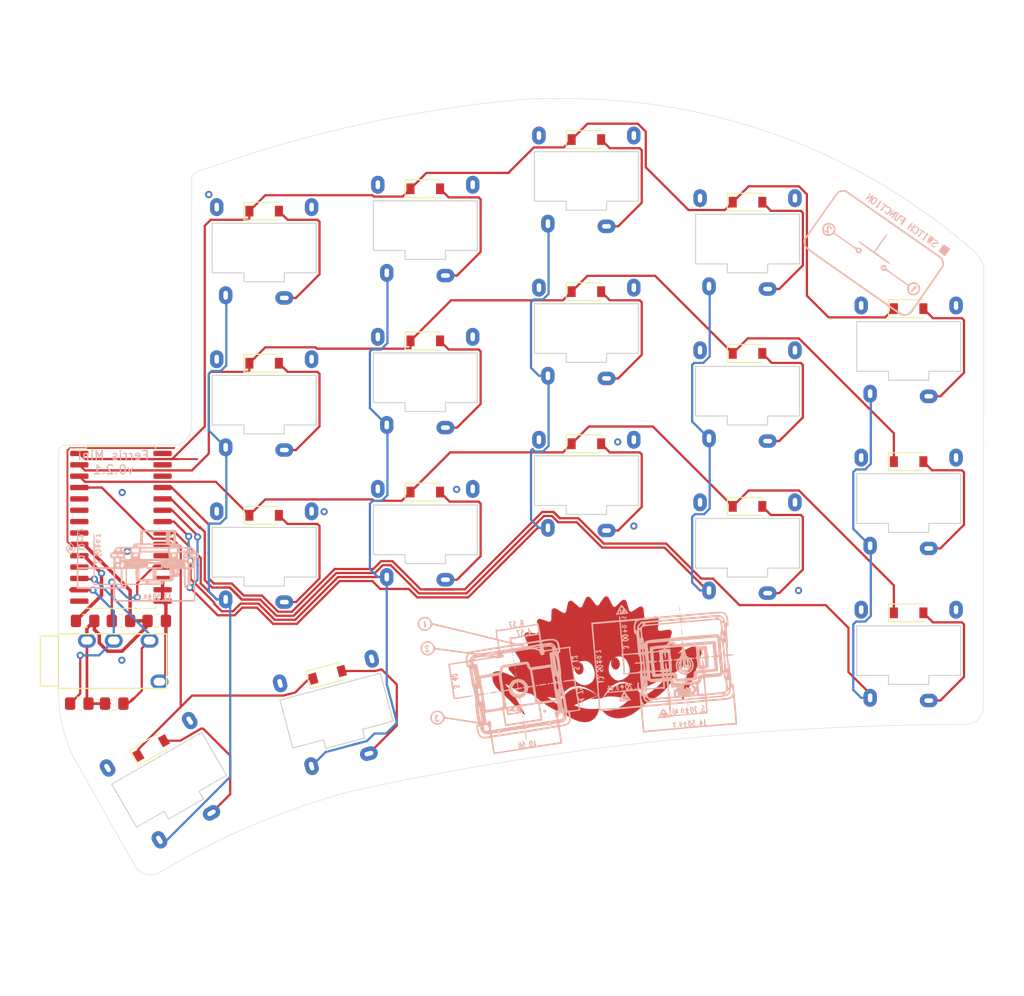
<source format=kicad_pcb>
(kicad_pcb (version 20211014) (generator pcbnew)
  (layers (0 "F.Cu" signal) (31 "B.Cu" signal) (34 "B.Paste" user) (35 "F.Paste" user) (36 "B.SilkS" user "B.Silkscreen") (37 "F.SilkS" user "F.Silkscreen") (38 "B.Mask" user) (39 "F.Mask" user) (44 "Edge.Cuts" user))
  (net 0 "")
  (net 1 "/col8")
  (net 2 "/col5")
  (net 3 "/col6")
  (net 4 "/col7")
  (net 5 "/col9")
  (net 6 "/row1,0")
  (net 7 "/row1,1")
  (net 8 "/row1,3")
  (net 9 "/row1,2")
  (net 10 "Net-(D0_5-Pad2)")
  (net 11 "Net-(D0_6-Pad2)")
  (net 12 "Net-(D0_7-Pad2)")
  (net 13 "Net-(D0_8-Pad2)")
  (net 14 "Net-(D0_9-Pad2)")
  (net 15 "Net-(D1_5-Pad2)")
  (net 16 "Net-(D1_6-Pad2)")
  (net 17 "Net-(D1_7-Pad2)")
  (net 18 "Net-(D1_8-Pad2)")
  (net 19 "Net-(D1_9-Pad2)")
  (net 20 "Net-(D2_5-Pad2)")
  (net 21 "Net-(D2_6-Pad2)")
  (net 22 "Net-(D2_7-Pad2)")
  (net 23 "Net-(D2_8-Pad2)")
  (net 24 "Net-(D2_9-Pad2)")
  (net 25 "Net-(D3_5-Pad2)")
  (net 26 "Net-(D3_6-Pad2)")
  (net 27 "GND")
  (net 28 "Net-(R6-Pad1)")
  (net 29 "VDD")
  (net 30 "i2c_sda_right")
  (net 31 "i2c_scl_right")
  (net 32 "Net-(U2-Pad28)")
  (net 33 "Net-(U2-Pad27)")
  (net 34 "Net-(U2-Pad26)")
  (net 35 "Net-(U2-Pad20)")
  (net 36 "Net-(U2-Pad19)")
  (net 37 "Net-(U2-Pad14)")
  (net 38 "Net-(U2-Pad11)")
  (net 39 "Net-(U2-Pad8)")
  (net 40 "Net-(U2-Pad7)")
  (net 41 "Net-(U2-Pad6)")
  (net 42 "Net-(U2-Pad5)")
  (footprint "Diode_SMD:D_SOD-123" (layer "F.Cu") (at 196 24.7)
    (fp_text reference "D0_8" hide)
    (fp_text value "1N4148W" hide)
  )
  (footprint "Diode_SMD:D_SOD-123" (layer "F.Cu") (at 178 17.7)
    (fp_text reference "D0_7" hide)
    (fp_text value "1N4148W" hide)
  )
  (footprint "Diode_SMD:D_SOD-123" (layer "F.Cu") (at 160 23.2)
    (fp_text reference "D0_6" hide)
    (fp_text value "1N4148W" hide)
  )
  (footprint "Diode_SMD:D_SOD-123" (layer "F.Cu") (at 214 36.6)
    (fp_text reference "D0_9" hide)
    (fp_text value "1N4148W" hide)
  )
  (footprint "Diode_SMD:D_SOD-123" (layer "F.Cu") (at 142 25.7)
    (fp_text reference "D0_5" hide)
    (fp_text value "1N4148W" hide)
  )
  (footprint "Diode_SMD:D_SOD-123" (layer "F.Cu") (at 142 42.7)
    (fp_text reference "D1_5" hide)
    (fp_text value "1N4148W" hide)
  )
  (footprint "Diode_SMD:D_SOD-123" (layer "F.Cu") (at 160 40.2)
    (fp_text reference "D1_6" hide)
    (fp_text value "1N4148W" hide)
  )
  (footprint "Diode_SMD:D_SOD-123" (layer "F.Cu") (at 178 34.7)
    (fp_text reference "D1_7" hide)
    (fp_text value "1N4148W" hide)
  )
  (footprint "Diode_SMD:D_SOD-123" (layer "F.Cu") (at 196 41.6)
    (fp_text reference "D1_8" hide)
    (fp_text value "1N4148W" hide)
  )
  (footprint "Diode_SMD:D_SOD-123" (layer "F.Cu") (at 214 53.7)
    (fp_text reference "D1_9" hide)
    (fp_text value "1N4148W" hide)
  )
  (footprint "Diode_SMD:D_SOD-123" (layer "F.Cu") (at 160 57.1)
    (fp_text reference "D2_6" hide)
    (fp_text value "1N4148W" hide)
  )
  (footprint "Diode_SMD:D_SOD-123" (layer "F.Cu") (at 214 70.6)
    (fp_text reference "D2_9" hide)
    (fp_text value "1N4148W" hide)
  )
  (footprint "Diode_SMD:D_SOD-123" (layer "F.Cu") (at 196 58.7)
    (fp_text reference "D2_8" hide)
    (fp_text value "1N4148W" hide)
  )
  (footprint "Diode_SMD:D_SOD-123" (layer "F.Cu") (at 142 59.7)
    (fp_text reference "D2_5" hide)
    (fp_text value "1N4148W" hide)
  )
  (footprint "Diode_SMD:D_SOD-123" (layer "F.Cu") (at 178 51.7)
    (fp_text reference "D2_7" hide)
    (fp_text value "1N4148W" hide)
  )
  (footprint "Diode_SMD:D_SOD-123" (layer "F.Cu") (at 129.37 85.72 30)
    (fp_text reference "D3_5" hide)
    (fp_text value "1N4148W" hide)
  )
  (footprint "Diode_SMD:D_SOD-123" (layer "F.Cu") (at 149.08 77.53 15)
    (fp_text reference "D3_6" hide)
    (fp_text value "1N4148W" hide)
  )
  (footprint "kbd:TRRS-PJ-320A" (layer "F.Cu") (at 119 76 90)
    (fp_text reference "Jack1" hide)
    (fp_text value "PJ-320A" hide)
  )
  (footprint "switches:Choc_Mini_PG1232_Choc_Spacing" (layer "F.Cu") (at 214 41)
    (fp_text reference "K0_9" hide)
    (fp_text value "KEYSW" hide)
    (fp_line (start 5.8 -2.95) (end 5.8 2.6) (layer "Edge.Cuts") (width 0.12))
    (fp_line (start 2.25 3.6) (end 2.25 2.6) (layer "Edge.Cuts") (width 0.12))
    (fp_line (start -5.8 2.6) (end -5.8 -2.95) (layer "Edge.Cuts") (width 0.12))
    (fp_line (start -2.25 2.6) (end -2.25 3.6) (layer "Edge.Cuts") (width 0.12))
    (fp_line (start -2.25 2.6) (end -5.8 2.6) (layer "Edge.Cuts") (width 0.12))
    (fp_line (start -2.25 3.6) (end 2.25 3.6) (layer "Edge.Cuts") (width 0.12))
    (fp_line (start -5.8 -2.95) (end 5.8 -2.95) (layer "Edge.Cuts") (width 0.12))
    (fp_line (start 2.25 2.6) (end 5.8 2.6) (layer "Edge.Cuts") (width 0.12))
  )
  (footprint "switches:Choc_Mini_PG1232_Choc_Spacing" (layer "F.Cu") (at 196 29)
    (fp_text reference "K0_8" hide)
    (fp_text value "KEYSW" hide)
    (fp_line (start 2.25 2.6) (end 5.8 2.6) (layer "Edge.Cuts") (width 0.12))
    (fp_line (start 2.25 3.6) (end 2.25 2.6) (layer "Edge.Cuts") (width 0.12))
    (fp_line (start -5.8 2.6) (end -5.8 -2.95) (layer "Edge.Cuts") (width 0.12))
    (fp_line (start -2.25 2.6) (end -5.8 2.6) (layer "Edge.Cuts") (width 0.12))
    (fp_line (start -2.25 3.6) (end 2.25 3.6) (layer "Edge.Cuts") (width 0.12))
    (fp_line (start 5.8 -2.95) (end 5.8 2.6) (layer "Edge.Cuts") (width 0.12))
    (fp_line (start -2.25 2.6) (end -2.25 3.6) (layer "Edge.Cuts") (width 0.12))
    (fp_line (start -5.8 -2.95) (end 5.8 -2.95) (layer "Edge.Cuts") (width 0.12))
  )
  (footprint "switches:Choc_Mini_PG1232_Choc_Spacing" (layer "F.Cu") (at 142 30)
    (fp_text reference "K0_5" hide)
    (fp_text value "KEYSW" hide)
    (fp_line (start -5.8 2.6) (end -5.8 -2.95) (layer "Edge.Cuts") (width 0.12))
    (fp_line (start -5.8 -2.95) (end 5.8 -2.95) (layer "Edge.Cuts") (width 0.12))
    (fp_line (start -2.25 2.6) (end -5.8 2.6) (layer "Edge.Cuts") (width 0.12))
    (fp_line (start 5.8 -2.95) (end 5.8 2.6) (layer "Edge.Cuts") (width 0.12))
    (fp_line (start -2.25 3.6) (end 2.25 3.6) (layer "Edge.Cuts") (width 0.12))
    (fp_line (start 2.25 3.6) (end 2.25 2.6) (layer "Edge.Cuts") (width 0.12))
    (fp_line (start -2.25 2.6) (end -2.25 3.6) (layer "Edge.Cuts") (width 0.12))
    (fp_line (start 2.25 2.6) (end 5.8 2.6) (layer "Edge.Cuts") (width 0.12))
  )
  (footprint "switches:Choc_Mini_PG1232_Choc_Spacing" (layer "F.Cu") (at 160 27.5)
    (fp_text reference "K0_6" hide)
    (fp_text value "KEYSW" hide)
    (fp_line (start 5.8 -2.95) (end 5.8 2.6) (layer "Edge.Cuts") (width 0.12))
    (fp_line (start 2.25 3.6) (end 2.25 2.6) (layer "Edge.Cuts") (width 0.12))
    (fp_line (start 2.25 2.6) (end 5.8 2.6) (layer "Edge.Cuts") (width 0.12))
    (fp_line (start -5.8 -2.95) (end 5.8 -2.95) (layer "Edge.Cuts") (width 0.12))
    (fp_line (start -2.25 2.6) (end -5.8 2.6) (layer "Edge.Cuts") (width 0.12))
    (fp_line (start -5.8 2.6) (end -5.8 -2.95) (layer "Edge.Cuts") (width 0.12))
    (fp_line (start -2.25 2.6) (end -2.25 3.6) (layer "Edge.Cuts") (width 0.12))
    (fp_line (start -2.25 3.6) (end 2.25 3.6) (layer "Edge.Cuts") (width 0.12))
  )
  (footprint "switches:Choc_Mini_PG1232_Choc_Spacing" (layer "F.Cu") (at 178 22)
    (fp_text reference "K0_7" hide)
    (fp_text value "KEYSW" hide)
    (fp_line (start -5.8 2.6) (end -5.8 -2.95) (layer "Edge.Cuts") (width 0.12))
    (fp_line (start 2.25 3.6) (end 2.25 2.6) (layer "Edge.Cuts") (width 0.12))
    (fp_line (start -5.8 -2.95) (end 5.8 -2.95) (layer "Edge.Cuts") (width 0.12))
    (fp_line (start 5.8 -2.95) (end 5.8 2.6) (layer "Edge.Cuts") (width 0.12))
    (fp_line (start -2.25 2.6) (end -2.25 3.6) (layer "Edge.Cuts") (width 0.12))
    (fp_line (start -2.25 2.6) (end -5.8 2.6) (layer "Edge.Cuts") (width 0.12))
    (fp_line (start -2.25 3.6) (end 2.25 3.6) (layer "Edge.Cuts") (width 0.12))
    (fp_line (start 2.25 2.6) (end 5.8 2.6) (layer "Edge.Cuts") (width 0.12))
  )
  (footprint "switches:Choc_Mini_PG1232_Choc_Spacing" (layer "F.Cu") (at 214 58)
    (fp_text reference "K1_9" hide)
    (fp_text value "KEYSW" hide)
    (fp_line (start -5.8 2.6) (end -5.8 -2.95) (layer "Edge.Cuts") (width 0.12))
    (fp_line (start 5.8 -2.95) (end 5.8 2.6) (layer "Edge.Cuts") (width 0.12))
    (fp_line (start 2.25 2.6) (end 5.8 2.6) (layer "Edge.Cuts") (width 0.12))
    (fp_line (start -2.25 3.6) (end 2.25 3.6) (layer "Edge.Cuts") (width 0.12))
    (fp_line (start 2.25 3.6) (end 2.25 2.6) (layer "Edge.Cuts") (width 0.12))
    (fp_line (start -5.8 -2.95) (end 5.8 -2.95) (layer "Edge.Cuts") (width 0.12))
    (fp_line (start -2.25 2.6) (end -2.25 3.6) (layer "Edge.Cuts") (width 0.12))
    (fp_line (start -2.25 2.6) (end -5.8 2.6) (layer "Edge.Cuts") (width 0.12))
  )
  (footprint "switches:Choc_Mini_PG1232_Choc_Spacing" (layer "F.Cu") (at 196 46)
    (fp_text reference "K1_8" hide)
    (fp_text value "KEYSW" hide)
    (fp_line (start -2.25 3.6) (end 2.25 3.6) (layer "Edge.Cuts") (width 0.12))
    (fp_line (start 2.25 3.6) (end 2.25 2.6) (layer "Edge.Cuts") (width 0.12))
    (fp_line (start 5.8 -2.95) (end 5.8 2.6) (layer "Edge.Cuts") (width 0.12))
    (fp_line (start -2.25 2.6) (end -2.25 3.6) (layer "Edge.Cuts") (width 0.12))
    (fp_line (start -5.8 -2.95) (end 5.8 -2.95) (layer "Edge.Cuts") (width 0.12))
    (fp_line (start -5.8 2.6) (end -5.8 -2.95) (layer "Edge.Cuts") (width 0.12))
    (fp_line (start 2.25 2.6) (end 5.8 2.6) (layer "Edge.Cuts") (width 0.12))
    (fp_line (start -2.25 2.6) (end -5.8 2.6) (layer "Edge.Cuts") (width 0.12))
  )
  (footprint "switches:Choc_Mini_PG1232_Choc_Spacing" (layer "F.Cu") (at 178 39)
    (fp_text reference "K1_7" hide)
    (fp_text value "KEYSW" hide)
    (fp_line (start -2.25 3.6) (end 2.25 3.6) (layer "Edge.Cuts") (width 0.12))
    (fp_line (start 2.25 2.6) (end 5.8 2.6) (layer "Edge.Cuts") (width 0.12))
    (fp_line (start -5.8 -2.95) (end 5.8 -2.95) (layer "Edge.Cuts") (width 0.12))
    (fp_line (start -2.25 2.6) (end -2.25 3.6) (layer "Edge.Cuts") (width 0.12))
    (fp_line (start -5.8 2.6) (end -5.8 -2.95) (layer "Edge.Cuts") (width 0.12))
    (fp_line (start 5.8 -2.95) (end 5.8 2.6) (layer "Edge.Cuts") (width 0.12))
    (fp_line (start 2.25 3.6) (end 2.25 2.6) (layer "Edge.Cuts") (width 0.12))
    (fp_line (start -2.25 2.6) (end -5.8 2.6) (layer "Edge.Cuts") (width 0.12))
  )
  (footprint "switches:Choc_Mini_PG1232_Choc_Spacing" (layer "F.Cu") (at 160 44.5)
    (fp_text reference "K1_6" hide)
    (fp_text value "KEYSW" hide)
    (fp_line (start -2.25 3.6) (end 2.25 3.6) (layer "Edge.Cuts") (width 0.12))
    (fp_line (start -2.25 2.6) (end -5.8 2.6) (layer "Edge.Cuts") (width 0.12))
    (fp_line (start 2.25 3.6) (end 2.25 2.6) (layer "Edge.Cuts") (width 0.12))
    (fp_line (start -5.8 2.6) (end -5.8 -2.95) (layer "Edge.Cuts") (width 0.12))
    (fp_line (start -5.8 -2.95) (end 5.8 -2.95) (layer "Edge.Cuts") (width 0.12))
    (fp_line (start -2.25 2.6) (end -2.25 3.6) (layer "Edge.Cuts") (width 0.12))
    (fp_line (start 2.25 2.6) (end 5.8 2.6) (layer "Edge.Cuts") (width 0.12))
    (fp_line (start 5.8 -2.95) (end 5.8 2.6) (layer "Edge.Cuts") (width 0.12))
  )
  (footprint "switches:Choc_Mini_PG1232_Choc_Spacing" (layer "F.Cu") (at 142 47)
    (fp_text reference "K1_5" hide)
    (fp_text value "KEYSW" hide)
    (fp_line (start 5.8 -2.95) (end 5.8 2.6) (layer "Edge.Cuts") (width 0.12))
    (fp_line (start -2.25 2.6) (end -2.25 3.6) (layer "Edge.Cuts") (width 0.12))
    (fp_line (start -5.8 2.6) (end -5.8 -2.95) (layer "Edge.Cuts") (width 0.12))
    (fp_line (start -2.25 3.6) (end 2.25 3.6) (layer "Edge.Cuts") (width 0.12))
    (fp_line (start -5.8 -2.95) (end 5.8 -2.95) (layer "Edge.Cuts") (width 0.12))
    (fp_line (start 2.25 2.6) (end 5.8 2.6) (layer "Edge.Cuts") (width 0.12))
    (fp_line (start -2.25 2.6) (end -5.8 2.6) (layer "Edge.Cuts") (width 0.12))
    (fp_line (start 2.25 3.6) (end 2.25 2.6) (layer "Edge.Cuts") (width 0.12))
  )
  (footprint "switches:Choc_Mini_PG1232_Choc_Spacing" (layer "F.Cu") (at 142 64)
    (fp_text reference "K2_5" hide)
    (fp_text value "KEYSW" hide)
    (fp_line (start 2.25 2.6) (end 5.8 2.6) (layer "Edge.Cuts") (width 0.12))
    (fp_line (start 5.8 -2.95) (end 5.8 2.6) (layer "Edge.Cuts") (width 0.12))
    (fp_line (start -5.8 2.6) (end -5.8 -2.95) (layer "Edge.Cuts") (width 0.12))
    (fp_line (start -5.8 -2.95) (end 5.8 -2.95) (layer "Edge.Cuts") (width 0.12))
    (fp_line (start -2.25 3.6) (end 2.25 3.6) (layer "Edge.Cuts") (width 0.12))
    (fp_line (start -2.25 2.6) (end -2.25 3.6) (layer "Edge.Cuts") (width 0.12))
    (fp_line (start 2.25 3.6) (end 2.25 2.6) (layer "Edge.Cuts") (width 0.12))
    (fp_line (start -2.25 2.6) (end -5.8 2.6) (layer "Edge.Cuts") (width 0.12))
  )
  (footprint "switches:Choc_Mini_PG1232_Choc_Spacing" (layer "F.Cu") (at 160 61.5)
    (fp_text reference "K2_6" hide)
    (fp_text value "KEYSW" hide)
    (fp_line (start 2.25 2.6) (end 5.8 2.6) (layer "Edge.Cuts") (width 0.12))
    (fp_line (start -5.8 -2.95) (end 5.8 -2.95) (layer "Edge.Cuts") (width 0.12))
    (fp_line (start -5.8 2.6) (end -5.8 -2.95) (layer "Edge.Cuts") (width 0.12))
    (fp_line (start -2.25 2.6) (end -2.25 3.6) (layer "Edge.Cuts") (width 0.12))
    (fp_line (start -2.25 2.6) (end -5.8 2.6) (layer "Edge.Cuts") (width 0.12))
    (fp_line (start 5.8 -2.95) (end 5.8 2.6) (layer "Edge.Cuts") (width 0.12))
    (fp_line (start 2.25 3.6) (end 2.25 2.6) (layer "Edge.Cuts") (width 0.12))
    (fp_line (start -2.25 3.6) (end 2.25 3.6) (layer "Edge.Cuts") (width 0.12))
  )
  (footprint "switches:Choc_Mini_PG1232_Choc_Spacing" (layer "F.Cu") (at 178 56)
    (fp_text reference "K2_7" hide)
    (fp_text value "KEYSW" hide)
    (fp_line (start -2.25 2.6) (end -5.8 2.6) (layer "Edge.Cuts") (width 0.12))
    (fp_line (start -2.25 3.6) (end 2.25 3.6) (layer "Edge.Cuts") (width 0.12))
    (fp_line (start 5.8 -2.95) (end 5.8 2.6) (layer "Edge.Cuts") (width 0.12))
    (fp_line (start -5.8 2.6) (end -5.8 -2.95) (layer "Edge.Cuts") (width 0.12))
    (fp_line (start 2.25 2.6) (end 5.8 2.6) (layer "Edge.Cuts") (width 0.12))
    (fp_line (start -5.8 -2.95) (end 5.8 -2.95) (layer "Edge.Cuts") (width 0.12))
    (fp_line (start -2.25 2.6) (end -2.25 3.6) (layer "Edge.Cuts") (width 0.12))
    (fp_line (start 2.25 3.6) (end 2.25 2.6) (layer "Edge.Cuts") (width 0.12))
  )
  (footprint "switches:Choc_Mini_PG1232_Choc_Spacing" (layer "F.Cu") (at 196 63)
    (fp_text reference "K2_8" hide)
    (fp_text value "KEYSW" hide)
    (fp_line (start -2.25 2.6) (end -2.25 3.6) (layer "Edge.Cuts") (width 0.12))
    (fp_line (start -5.8 2.6) (end -5.8 -2.95) (layer "Edge.Cuts") (width 0.12))
    (fp_line (start 2.25 2.6) (end 5.8 2.6) (layer "Edge.Cuts") (width 0.12))
    (fp_line (start -2.25 3.6) (end 2.25 3.6) (layer "Edge.Cuts") (width 0.12))
    (fp_line (start 5.8 -2.95) (end 5.8 2.6) (layer "Edge.Cuts") (width 0.12))
    (fp_line (start 2.25 3.6) (end 2.25 2.6) (layer "Edge.Cuts") (width 0.12))
    (fp_line (start -2.25 2.6) (end -5.8 2.6) (layer "Edge.Cuts") (width 0.12))
    (fp_line (start -5.8 -2.95) (end 5.8 -2.95) (layer "Edge.Cuts") (width 0.12))
  )
  (footprint "switches:Choc_Mini_PG1232_Choc_Spacing" (layer "F.Cu") (at 214 75)
    (fp_text reference "K2_9" hide)
    (fp_text value "KEYSW" hide)
    (fp_line (start -2.25 3.6) (end 2.25 3.6) (layer "Edge.Cuts") (width 0.12))
    (fp_line (start 2.25 2.6) (end 5.8 2.6) (layer "Edge.Cuts") (width 0.12))
    (fp_line (start -2.25 2.6) (end -5.8 2.6) (layer "Edge.Cuts") (width 0.12))
    (fp_line (start -5.8 -2.95) (end 5.8 -2.95) (layer "Edge.Cuts") (width 0.12))
    (fp_line (start -2.25 2.6) (end -2.25 3.6) (layer "Edge.Cuts") (width 0.12))
    (fp_line (start -5.8 2.6) (end -5.8 -2.95) (layer "Edge.Cuts") (width 0.12))
    (fp_line (start 5.8 -2.95) (end 5.8 2.6) (layer "Edge.Cuts") (width 0.12))
    (fp_line (start 2.25 3.6) (end 2.25 2.6) (layer "Edge.Cuts") (width 0.12))
  )
  (footprint "switches:Choc_Mini_PG1232_Choc_Spacing" (layer "F.Cu") (at 150.13 81.7 15)
    (fp_text reference "K3_6" hide)
    (fp_text value "KEYSW" hide)
    (fp_line (start 2.25 3.6) (end 2.25 2.6) (layer "Edge.Cuts") (width 0.12))
    (fp_line (start 2.25 2.6) (end 5.8 2.6) (layer "Edge.Cuts") (width 0.12))
    (fp_line (start -2.25 3.6) (end 2.25 3.6) (layer "Edge.Cuts") (width 0.12))
    (fp_line (start -2.25 2.6) (end -5.8 2.6) (layer "Edge.Cuts") (width 0.12))
    (fp_line (start 5.8 -2.95) (end 5.8 2.6) (layer "Edge.Cuts") (width 0.12))
    (fp_line (start -5.8 2.6) (end -5.8 -2.95) (layer "Edge.Cuts") (width 0.12))
    (fp_line (start -5.8 -2.95) (end 5.8 -2.95) (layer "Edge.Cuts") (width 0.12))
    (fp_line (start -2.25 2.6) (end -2.25 3.6) (layer "Edge.Cuts") (width 0.12))
  )
  (footprint "switches:Choc_Mini_PG1232_Choc_Spacing" (layer "F.Cu") (at 131.47 89.41 30)
    (fp_text reference "K3_5" hide)
    (fp_text value "KEYSW" hide)
    (fp_line (start -2.25 2.6) (end -2.25 3.6) (layer "Edge.Cuts") (width 0.12))
    (fp_line (start 2.25 2.6) (end 5.8 2.6) (layer "Edge.Cuts") (width 0.12))
    (fp_line (start 5.8 -2.95) (end 5.8 2.6) (layer "Edge.Cuts") (width 0.12))
    (fp_line (start -5.8 -2.95) (end 5.8 -2.95) (layer "Edge.Cuts") (width 0.12))
    (fp_line (start 2.25 3.6) (end 2.25 2.6) (layer "Edge.Cuts") (width 0.12))
    (fp_line (start -2.25 3.6) (end 2.25 3.6) (layer "Edge.Cuts") (width 0.12))
    (fp_line (start -2.25 2.6) (end -5.8 2.6) (layer "Edge.Cuts") (width 0.12))
    (fp_line (start -5.8 2.6) (end -5.8 -2.95) (layer "Edge.Cuts") (width 0.12))
  )
  (footprint "Resistor_SMD:R_0805_2012Metric_Pad1.15x1.40mm_HandSolder" (layer "F.Cu") (at 125.25 80.75)
    (fp_text reference "R7" hide)
    (fp_text value "4.7kΩ" hide)
  )
  (footprint "copper_pads:ferris_low" (layer "F.Cu") (at 179.45 75.47 7)
    (fp_text reference "G***" hide)
    (fp_text value "LOGO" hide)
  )
  (footprint "Capacitor_SMD:C_0805_2012Metric_Pad1.15x1.40mm_HandSolder" (layer "F.Cu") (at 122 71.5)
    (fp_text reference "C13" hide)
    (fp_text value "0.1uF" hide)
  )
  (footprint "Capacitor_SMD:C_0805_2012Metric_Pad1.15x1.40mm_HandSolder" (layer "F.Cu") (at 130 71.5 180)
    (fp_text reference "C12" hide)
    (fp_text value "0.1uF" hide)
  )
  (footprint "Package_SO:SOIC-28W_7.5x17.9mm_P1.27mm" (layer "F.Cu") (at 126 61.04)
    (fp_text reference "U2" hide)
    (fp_text value "MCP23017-E/SO" hide)
  )
  (footprint "Resistor_SMD:R_0805_2012Metric_Pad1.15x1.40mm_HandSolder" (layer "F.Cu") (at 126 71.5)
    (fp_text reference "R6" hide)
    (fp_text value "10kΩ" hide)
  )
  (footprint "Resistor_SMD:R_0805_2012Metric_Pad1.15x1.40mm_HandSolder" (layer "F.Cu") (at 121.35 80.75 180)
    (fp_text reference "R8" hide)
    (fp_text value "4.7kΩ" hide)
  )
  (footprint "silkscreens:pg1232_right" (layer "B.Cu") (at 129.67 65.38 180)
    (fp_text reference "REF**" hide)
    (fp_text value "silk_pg1232_right" hide)
  )
  (footprint "silkscreens:pg1232_schematic" (layer "B.Cu") (at 210.14 30.32 145)
    (fp_text reference "REF**" hide)
    (fp_text value "silk_pg1232_schematic" hide)
  )
  (footprint "silkscreens:pg1232_bottom" (layer "B.Cu") (at 170.37 79.16 -171)
    (fp_text reference "REF**" hide)
    (fp_text value "silk_pg1232_bottom" hide)
  )
  (footprint "silkscreens:pg1232_top" (layer "B.Cu") (at 188.9 76.01 -175)
    (fp_text reference "REF**" hide)
    (fp_text value "silk_pg2132_top" hide)
  )
  (gr_line (start 171.791363 13.136374) (end 175.991611 13.128139) (layer "Edge.Cuts") (width 0.05))
  (gr_arc (start 134.334755 21.378889) (mid 152.787442 16.005142) (end 171.791363 13.136374) (layer "Edge.Cuts") (width 0.05))
  (gr_arc (start 133.9 22.059419) (mid 134.017966 21.655645) (end 134.334755 21.378889) (layer "Edge.Cuts") (width 0.05))
  (gr_arc (start 220.965 29.885) (mid 221.835071 30.780882) (end 222.391945 31.898702) (layer "Edge.Cuts") (width 0.05))
  (gr_arc (start 175.991611 13.128139) (mid 199.988476 17.453455) (end 220.965 29.885) (layer "Edge.Cuts") (width 0.05))
  (gr_arc (start 151.629335 90.557571) (mid 185.759742 84.982398) (end 220.29 83.077536) (layer "Edge.Cuts") (width 0.05))
  (gr_arc (start 120.781695 86.900068) (mid 119.492086 83.337265) (end 119.034999 79.575918) (layer "Edge.Cuts") (width 0.05))
  (gr_line (start 120.781695 86.900068) (end 127.63 98.99) (layer "Edge.Cuts") (width 0.05))
  (gr_arc (start 133.85 49.899082) (mid 133.227468 51.2808) (end 131.814999 51.83) (layer "Edge.Cuts") (width 0.05))
  (gr_arc (start 130.362 99.588735) (mid 140.691932 94.357892) (end 151.629335 90.557571) (layer "Edge.Cuts") (width 0.05))
  (gr_arc (start 222.349981 81.147211) (mid 221.718359 82.5375) (end 220.29 83.077536) (layer "Edge.Cuts") (width 0.05))
  (gr_arc (start 130.362 99.588735) (mid 128.871005 99.859715) (end 127.63 98.99) (layer "Edge.Cuts") (width 0.05))
  (gr_arc (start 119.034999 52.600918) (mid 119.254669 52.070588) (end 119.784999 51.850918) (layer "Edge.Cuts") (width 0.05))
  (gr_line (start 131.814999 51.83) (end 119.784999 51.850918) (layer "Edge.Cuts") (width 0.05))
  (gr_line (start 222.391945 31.898702) (end 222.349981 81.147211) (layer "Edge.Cuts") (width 0.05))
  (gr_line (start 119.034999 52.600918) (end 119.034999 79.575918) (layer "Edge.Cuts") (width 0.05))
  (gr_line (start 133.9 22.059419) (end 133.85 49.899082) (layer "Edge.Cuts") (width 0.05))
  (gr_text "Ferris Mini\nv0.2.1" (at 125.15 53.8) (layer "B.SilkS") (effects (font (size 1 1)) (justify mirror)))
  (segment (start 173.254717 59.77499) (end 174.145283 59.77499) (width 0.25) (layer "F.Cu") (net 1))
  (segment (start 150.067316 66.14999) (end 154.379717 66.14999) (width 0.25) (layer "F.Cu") (net 1))
  (segment (start 130.65 57.865) (end 131.583089 57.865) (width 0.254) (layer "F.Cu") (net 1))
  (segment (start 138.76 68.34) (end 139.538332 69.118332) (width 0.25) (layer "F.Cu") (net 1))
  (segment (start 176.918287 60.47499) (end 179.753297 63.31) (width 0.25) (layer "F.Cu") (net 1))
  (segment (start 145.442287 70.775019) (end 146.108653 70.108653) (width 0.25) (layer "F.Cu") (net 1))
  (segment (start 174.145283 59.77499) (end 174.845282 60.474989) (width 0.25) (layer "F.Cu") (net 1))
  (segment (start 135.364981 66.945877) (end 135.36498 61.56498) (width 0.25) (layer "F.Cu") (net 1))
  (segment (start 146.108653 70.108653) (end 145.292286 70.92502) (width 0.25) (layer "F.Cu") (net 1))
  (segment (start 186.729104 63.31) (end 191.519104 68.1) (width 0.25) (layer "F.Cu") (net 1))
  (segment (start 131.583089 57.865) (end 134.709044 60.990956) (width 0.254) (layer "F.Cu") (net 1))
  (segment (start 138.76 68.34) (end 138.19499 67.77499) (width 0.25) (layer "F.Cu") (net 1))
  (segment (start 136.194094 67.77499) (end 135.364981 66.945877) (width 0.25) (layer "F.Cu") (net 1))
  (segment (start 149.338653 66.878653) (end 150.067316 66.14999) (width 0.25) (layer "F.Cu") (net 1))
  (segment (start 139.538332 69.118332) (end 140.631153 69.118333) (width 0.25) (layer "F.Cu") (net 1))
  (segment (start 134.790956 60.990956) (end 134.709044 60.990956) (width 0.25) (layer "F.Cu") (net 1))
  (segment (start 179.753297 63.31) (end 186.729104 63.31) (width 0.25) (layer "F.Cu") (net 1))
  (segment (start 139.488626 69.118333) (end 138.145283 67.77499) (width 0.25) (layer "F.Cu") (net 1))
  (segment (start 191.519104 68.1) (end 191.7 68.1) (width 0.25) (layer "F.Cu") (net 1))
  (segment (start 146.108653 70.108653) (end 146.383653 69.833653) (width 0.25) (layer "F.Cu") (net 1))
  (segment (start 145.292286 70.92502) (end 143.368316 70.925019) (width 0.25) (layer "F.Cu") (net 1))
  (segment (start 141.56163 69.118333) (end 139.488626 69.118333) (width 0.25) (layer "F.Cu") (net 1))
  (segment (start 155.254717 65.27499) (end 156.145283 65.27499) (width 0.25) (layer "F.Cu") (net 1))
  (segment (start 138.19499 67.77499) (end 137.55499 67.77499) (width 0.25) (layer "F.Cu") (net 1))
  (segment (start 138.145283 67.77499) (end 137.55499 67.77499) (width 0.25) (layer "F.Cu") (net 1))
  (segment (start 159.295313 68.42502) (end 164.604688 68.42502) (width 0.25) (layer "F.Cu") (net 1))
  (segment (start 156.145283 65.27499) (end 159.295313 68.42502) (width 0.25) (layer "F.Cu") (net 1))
  (segment (start 164.814854 68.214854) (end 173.254717 59.77499) (width 0.25) (layer "F.Cu") (net 1))
  (segment (start 134.709044 60.990956) (end 134.868089 61.15) (width 0.254) (layer "F.Cu") (net 1))
  (segment (start 146.383653 69.833653) (end 149.338653 66.878653) (width 0.25) (layer "F.Cu") (net 1))
  (segment (start 137.55499 67.77499) (end 136.194094 67.77499) (width 0.25) (layer "F.Cu") (net 1))
  (segment (start 174.845282 60.474989) (end 176.918287 60.47499) (width 0.25) (layer "F.Cu") (net 1))
  (segment (start 154.379717 66.14999) (end 155.254717 65.27499) (width 0.25) (layer "F.Cu") (net 1))
  (segment (start 139.12 68.7) (end 138.76 68.34) (width 0.25) (layer "F.Cu") (net 1))
  (segment (start 143.368316 70.925019) (end 141.56163 69.118333) (width 0.25) (layer "F.Cu") (net 1))
  (segment (start 164.604688 68.42502) (end 164.814854 68.214854) (width 0.25) (layer "F.Cu") (net 1))
  (segment (start 135.36498 61.56498) (end 134.790956 60.990956) (width 0.25) (layer "F.Cu") (net 1))
  (segment (start 191.055303 42.66499) (end 191.77501 41.945283) (width 0.25) (layer "B.Cu") (net 1))
  (segment (start 191.145283 59.57501) (end 191.77501 58.945283) (width 0.25) (layer "B.Cu") (net 1))
  (segment (start 191.77501 34.17501) (end 191.7 34.1) (width 0.25) (layer "B.Cu") (net 1))
  (segment (start 191.7 51.1) (end 189.81499 49.21499) (width 0.25) (layer "B.Cu") (net 1))
  (segment (start 190.130504 59.57501) (end 191.145283 59.57501) (width 0.25) (layer "B.Cu") (net 1))
  (segment (start 189.81499 67.21499) (end 189.81499 59.890524) (width 0.25) (layer "B.Cu") (net 1))
  (segment (start 189.81499 49.21499) (end 189.81499 42.890524) (width 0.25) (layer "B.Cu") (net 1))
  (segment (start 190.040524 42.66499) (end 191.055303 42.66499) (width 0.25) (layer "B.Cu") (net 1))
  (segment (start 191.77501 51.17501) (end 191.7 51.1) (width 0.25) (layer "B.Cu") (net 1))
  (segment (start 190.7 68.1) (end 189.81499 67.21499) (width 0.25) (layer "B.Cu") (net 1))
  (segment (start 191.77501 58.945283) (end 191.77501 51.17501) (width 0.25) (layer "B.Cu") (net 1))
  (segment (start 191.7 68.1) (end 190.7 68.1) (width 0.25) (layer "B.Cu") (net 1))
  (segment (start 189.81499 42.890524) (end 190.040524 42.66499) (width 0.25) (layer "B.Cu") (net 1))
  (segment (start 189.81499 59.890524) (end 190.130504 59.57501) (width 0.25) (layer "B.Cu") (net 1))
  (segment (start 191.77501 41.945283) (end 191.77501 34.17501) (width 0.25) (layer "B.Cu") (net 1))
  (segment (start 134.914972 67.314972) (end 136.7 69.1) (width 0.25) (layer "F.Cu") (net 2))
  (segment (start 136.7 69.1) (end 137.7 69.1) (width 0.25) (layer "F.Cu") (net 2))
  (segment (start 134.914972 64.476108) (end 134.914972 67.314972) (width 0.25) (layer "F.Cu") (net 2))
  (segment (start 130.65 61.675) (end 132.113864 61.675) (width 0.25) (layer "F.Cu") (net 2))
  (segment (start 132.113864 61.675) (end 134.914972 64.476108) (width 0.25) (layer "F.Cu") (net 2))
  (segment (start 131.162188 95.97673) (end 138.206112 88.932806) (width 0.25) (layer "B.Cu") (net 2))
  (segment (start 136.7 69.1) (end 135.81499 68.21499) (width 0.25) (layer "B.Cu") (net 2))
  (segment (start 137.7 69.1) (end 136.7 69.1) (width 0.25) (layer "B.Cu") (net 2))
  (segment (start 137.77501 52.17501) (end 137.7 52.1) (width 0.25) (layer "B.Cu") (net 2))
  (segment (start 130.296091 95.97673) (end 131.162188 95.97673) (width 0.25) (layer "B.Cu") (net 2))
  (segment (start 138.206112 69.606112) (end 137.7 69.1) (width 0.25) (layer "B.Cu") (net 2))
  (segment (start 136.130504 43.57501) (end 137.145283 43.57501) (width 0.25) (layer "B.Cu") (net 2))
  (segment (start 137.7 52.1) (end 135.81499 50.21499) (width 0.25) (layer "B.Cu") (net 2))
  (segment (start 135.81499 43.890524) (end 136.130504 43.57501) (width 0.25) (layer "B.Cu") (net 2))
  (segment (start 137.77501 35.17501) (end 137.7 35.1) (width 0.25) (layer "B.Cu") (net 2))
  (segment (start 135.81499 50.21499) (end 135.81499 43.890524) (width 0.25) (layer "B.Cu") (net 2))
  (segment (start 135.81499 60.62501) (end 137.095283 60.62501) (width 0.25) (layer "B.Cu") (net 2))
  (segment (start 138.206112 88.932806) (end 138.206112 69.606112) (width 0.25) (layer "B.Cu") (net 2))
  (segment (start 137.77501 59.945283) (end 137.77501 52.17501) (width 0.25) (layer "B.Cu") (net 2))
  (segment (start 137.77501 42.945283) (end 137.77501 35.17501) (width 0.25) (layer "B.Cu") (net 2))
  (segment (start 137.145283 43.57501) (end 137.77501 42.945283) (width 0.25) (layer "B.Cu") (net 2))
  (segment (start 137.095283 60.62501) (end 137.77501 59.945283) (width 0.25) (layer "B.Cu") (net 2))
  (segment (start 135.81499 68.21499) (end 135.81499 60.62501) (width 0.25) (layer "B.Cu") (net 2))
  (segment (start 141.37523 69.568343) (end 143.181917 71.375028) (width 0.25) (layer "F.Cu") (net 3))
  (segment (start 145.478687 71.375029) (end 150.253716 66.6) (width 0.25) (layer "F.Cu") (net 3))
  (segment (start 130.65 60.405) (end 131.916866 60.405) (width 0.25) (layer "F.Cu") (net 3))
  (segment (start 155.525 66.425) (end 155.7 66.6) (width 0.25) (layer "F.Cu") (net 3))
  (segment (start 139.371657 69.568343) (end 141.37523 69.568343) (width 0.25) (layer "F.Cu") (net 3))
  (segment (start 133.779049 64.765201) (end 133.779049 66.580951) (width 0.25) (layer "F.Cu") (net 3))
  (segment (start 133.779049 66.815459) (end 133.779049 66.580951) (width 0.25) (layer "F.Cu") (net 3))
  (segment (start 131.916866 60.405) (end 133.560933 62.049067) (width 0.25) (layer "F.Cu") (net 3))
  (segment (start 136.824853 69.995147) (end 136.62499 69.795283) (width 0.25) (layer "F.Cu") (net 3))
  (segment (start 143.181917 71.375028) (end 145.478687 71.375029) (width 0.25) (layer "F.Cu") (net 3))
  (segment (start 138.51499 70.42501) (end 139.371657 69.568343) (width 0.25) (layer "F.Cu") (net 3))
  (segment (start 136.421795 69.592088) (end 136.824853 69.995147) (width 0.25) (layer "F.Cu") (net 3))
  (segment (start 137.254717 70.42501) (end 138.51499 70.42501) (width 0.25) (layer "F.Cu") (net 3))
  (segment (start 136.824853 69.995147) (end 137.254717 70.42501) (width 0.25) (layer "F.Cu") (net 3))
  (segment (start 133.779049 66.815459) (end 136.421795 69.458205) (width 0.25) (layer "F.Cu") (net 3))
  (segment (start 150.253716 66.6) (end 155.7 66.6) (width 0.25) (layer "F.Cu") (net 3))
  (segment (start 136.421795 69.458205) (end 136.421795 69.592088) (width 0.25) (layer "F.Cu") (net 3))
  (via (at 133.779049 64.765201) (size 0.8) (drill 0.4) (layers "F.Cu" "B.Cu") (net 3))
  (via (at 133.560933 62.049067) (size 0.8) (drill 0.4) (layers "F.Cu" "B.Cu") (net 3))
  (segment (start 156.818465 82.911535) (end 156.818465 82.764651) (width 0.25) (layer "B.Cu") (net 3))
  (segment (start 154.7 66.6) (end 153.81499 65.71499) (width 0.25) (layer "B.Cu") (net 3))
  (segment (start 156.818465 82.718465) (end 156.818465 82.881395) (width 0.25) (layer "B.Cu") (net 3))
  (segment (start 154.130504 58.07501) (end 155.145283 58.07501) (width 0.25) (layer "B.Cu") (net 3))
  (segment (start 147.460856 87.739144) (end 147.296496 87.739144) (width 0.25) (layer "B.Cu") (net 3))
  (segment (start 155.64 84.09) (end 156.818465 82.911535) (width 0.25) (layer "B.Cu") (net 3))
  (segment (start 155.7 49.6) (end 153.81499 47.71499) (width 0.25) (layer "B.Cu") (net 3))
  (segment (start 153.81499 58.390524) (end 154.130504 58.07501) (width 0.25) (layer "B.Cu") (net 3))
  (segment (start 155.7 66.6) (end 154.7 66.6) (width 0.25) (layer "B.Cu") (net 3))
  (segment (start 148.873332 86.162308) (end 147.296496 87.739144) (width 0.25) (layer "B.Cu") (net 3))
  (segment (start 154.324376 84.09) (end 155.64 84.09) (width 0.25) (layer "B.Cu") (net 3))
  (segment (start 156.818465 82.764651) (end 155.7 78.590479) (width 0.25) (layer "B.Cu") (net 3))
  (segment (start 133.560933 62.049067) (end 133.560933 64.547085) (width 0.25) (layer "B.Cu") (net 3))
  (segment (start 155.77501 49.67501) (end 155.7 49.6) (width 0.25) (layer "B.Cu") (net 3))
  (segment (start 155.7 78.590479) (end 155.7 66.6) (width 0.25) (layer "B.Cu") (net 3))
  (segment (start 152.476679 85.196795) (end 148.873332 86.162308) (width 0.25) (layer "B.Cu") (net 3))
  (segment (start 133.560933 64.547085) (end 133.779049 64.765201) (width 0.25) (layer "B.Cu") (net 3))
  (segment (start 152.476679 85.196795) (end 151.98314 85.329038) (width 0.25) (layer "B.Cu") (net 3))
  (segment (start 152.476679 85.196795) (end 153.48877 84.925606) (width 0.25) (layer "B.Cu") (net 3))
  (segment (start 153.81499 47.71499) (end 153.81499 41.390524) (width 0.25) (layer "B.Cu") (net 3))
  (segment (start 153.81499 41.390524) (end 154.040524 41.16499) (width 0.25) (layer "B.Cu") (net 3))
  (segment (start 155.77501 40.445283) (end 155.77501 32.67501) (width 0.25) (layer "B.Cu") (net 3))
  (segment (start 153.48877 84.925606) (end 154.324376 84.09) (width 0.25) (layer "B.Cu") (net 3))
  (segment (start 153.81499 65.71499) (end 153.81499 58.390524) (width 0.25) (layer "B.Cu") (net 3))
  (segment (start 155.77501 32.67501) (end 155.7 32.6) (width 0.25) (layer "B.Cu") (net 3))
  (segment (start 155.7 66.6) (end 155.7 67.831479) (width 0.25) (layer "B.Cu") (net 3))
  (segment (start 155.77501 57.445283) (end 155.77501 49.67501) (width 0.25) (layer "B.Cu") (net 3))
  (segment (start 155.145283 58.07501) (end 155.77501 57.445283) (width 0.25) (layer "B.Cu") (net 3))
  (segment (start 154.040524 41.16499) (end 155.055303 41.16499) (width 0.25) (layer "B.Cu") (net 3))
  (segment (start 155.055303 41.16499) (end 155.77501 40.445283) (width 0.25) (layer "B.Cu") (net 3))
  (segment (start 156.818465 82.881395) (end 156.658987 83.040873) (width 0.25) (layer "B.Cu") (net 3))
  (segment (start 141.188832 70.018353) (end 142.995518 71.825037) (width 0.25) (layer "F.Cu") (net 4))
  (segment (start 136.813304 70.87502) (end 138.701391 70.875019) (width 0.25) (layer "F.Cu") (net 4))
  (segment (start 173.7 61.1) (end 173.01 61.1) (width 0.25) (layer "F.Cu") (net 4))
  (segment (start 150.440116 67.05001) (end 154.09001 67.05001) (width 0.25) (layer "F.Cu") (net 4))
  (segment (start 154.97 67.93) (end 158.163883 67.93) (width 0.25) (layer "F.Cu") (net 4))
  (segment (start 158.163883 67.93) (end 159.108913 68.87503) (width 0.25) (layer "F.Cu") (net 4))
  (segment (start 154.09001 67.05001) (end 154.97 67.93) (width 0.25) (layer "F.Cu") (net 4))
  (segment (start 139.558057 70.018353) (end 141.188832 70.018353) (width 0.25) (layer "F.Cu") (net 4))
  (segment (start 172.566118 61.1) (end 173.7 61.1) (width 0.25) (layer "F.Cu") (net 4))
  (segment (start 145.665088 71.825038) (end 150.440116 67.05001) (width 0.25) (layer "F.Cu") (net 4))
  (segment (start 138.701391 70.875019) (end 139.558057 70.018353) (width 0.25) (layer "F.Cu") (net 4))
  (segment (start 142.995518 71.825037) (end 145.665088 71.825038) (width 0.25) (layer "F.Cu") (net 4))
  (segment (start 164.791089 68.875029) (end 172.566118 61.1) (width 0.25) (layer "F.Cu") (net 4))
  (segment (start 133.714142 67.775858) (end 133.828284 67.89) (width 0.25) (layer "F.Cu") (net 4))
  (segment (start 131.719868 59.135) (end 134.558685 61.973817) (width 0.25) (layer "F.Cu") (net 4))
  (segment (start 130.65 59.135) (end 131.675 59.135) (width 0.254) (layer "F.Cu") (net 4))
  (segment (start 134.558685 61.973817) (end 134.558685 62.116122) (width 0.25) (layer "F.Cu") (net 4))
  (segment (start 159.108913 68.87503) (end 164.791089 68.875029) (width 0.25) (layer "F.Cu") (net 4))
  (segment (start 130.65 59.135) (end 131.719868 59.135) (width 0.25) (layer "F.Cu") (net 4))
  (segment (start 133.714142 67.775858) (end 136.813304 70.87502) (width 0.25) (layer "F.Cu") (net 4))
  (via (at 134.558685 62.116122) (size 0.8) (drill 0.4) (layers "F.Cu" "B.Cu") (net 4))
  (via (at 133.714142 67.775858) (size 0.8) (drill 0.4) (layers "F.Cu" "B.Cu") (net 4))
  (segment (start 173.77501 51.945283) (end 173.77501 44.17501) (width 0.25) (layer "B.Cu") (net 4))
  (segment (start 173.7 44.1) (end 172.7 44.1) (width 0.25) (layer "B.Cu") (net 4))
  (segment (start 173.145283 52.57501) (end 173.77501 51.945283) (width 0.25) (layer "B.Cu") (net 4))
  (segment (start 134.558685 62.116122) (end 134.558685 65.168685) (width 0.25) (layer "B.Cu") (net 4))
  (segment (start 173.77501 34.945283) (end 173.77501 27.17501) (width 0.25) (layer "B.Cu") (net 4))
  (segment (start 171.81499 43.21499) (end 171.81499 35.890524) (width 0.25) (layer "B.Cu") (net 4))
  (segment (start 172.7 44.1) (end 171.81499 43.21499) (width 0.25) (layer "B.Cu") (net 4))
  (segment (start 134.558685 65.168685) (end 134.558685 65.308159) (width 0.25) (layer "B.Cu") (net 4))
  (segment (start 173.77501 44.17501) (end 173.7 44.1) (width 0.25) (layer "B.Cu") (net 4))
  (segment (start 171.81499 35.890524) (end 172.130504 35.57501) (width 0.25) (layer "B.Cu") (net 4))
  (segment (start 134.558685 66.931315) (end 133.714142 67.775858) (width 0.25) (layer "B.Cu") (net 4))
  (segment (start 172.130504 35.57501) (end 173.145283 35.57501) (width 0.25) (layer "B.Cu") (net 4))
  (segment (start 173.7 61.1) (end 172.7 61.1) (width 0.25) (layer "B.Cu") (net 4))
  (segment (start 134.558685 65.168685) (end 134.558685 66.931315) (width 0.25) (layer "B.Cu") (net 4))
  (segment (start 171.81499 60.21499) (end 171.81499 52.45501) (width 0.25) (layer "B.Cu") (net 4))
  (segment (start 173.145283 35.57501) (end 173.77501 34.945283) (width 0.25) (layer "B.Cu") (net 4))
  (segment (start 172.7 61.1) (end 171.81499 60.21499) (width 0.25) (layer "B.Cu") (net 4))
  (segment (start 172.254717 52.57501) (end 173.145283 52.57501) (width 0.25) (layer "B.Cu") (net 4))
  (segment (start 171.81499 52.45501) (end 171.974854 52.295147) (width 0.25) (layer "B.Cu") (net 4))
  (segment (start 173.77501 27.17501) (end 173.7 27.1) (width 0.25) (layer "B.Cu") (net 4))
  (segment (start 171.974854 52.295147) (end 172.254717 52.57501) (width 0.25) (layer "B.Cu") (net 4))
  (segment (start 159.91501 67.97501) (end 164.418287 67.97501) (width 0.25) (layer "F.Cu") (net 5))
  (segment (start 135.81499 66.759476) (end 136.380494 67.32498) (width 0.25) (layer "F.Cu") (net 5))
  (segment (start 190.83501 66.77499) (end 192.145283 66.77499) (width 0.25) (layer "F.Cu") (net 5))
  (segment (start 155.068317 64.82498) (end 156.331684 64.824981) (width 0.25) (layer "F.Cu") (net 5))
  (segment (start 209.7 79.644486) (end 209.7 80.1) (width 0.25) (layer "F.Cu") (net 5))
  (segment (start 156.331684 64.824981) (end 159.108352 67.601648) (width 0.25) (layer "F.Cu") (net 5))
  (segment (start 131.675 56.595) (end 135.81499 60.73499) (width 0.25) (layer "F.Cu") (net 5))
  (segment (start 136.380494 67.32498) (end 138.381391 67.324981) (width 0.25) (layer "F.Cu") (net 5))
  (segment (start 177.104685 60.024979) (end 179.939698 62.859991) (width 0.25) (layer "F.Cu") (net 5))
  (segment (start 179.939698 62.859991) (end 186.915505 62.859991) (width 0.25) (layer "F.Cu") (net 5))
  (segment (start 141.74803 68.668323) (end 143.554717 70.47501) (width 0.25) (layer "F.Cu") (net 5))
  (segment (start 186.915505 62.859991) (end 190.832757 66.777243) (width 0.25) (layer "F.Cu") (net 5))
  (segment (start 159.481713 67.97501) (end 161.90501 67.97501) (width 0.25) (layer "F.Cu") (net 5))
  (segment (start 173.068317 59.32498) (end 174.331683 59.32498) (width 0.25) (layer "F.Cu") (net 5))
  (segment (start 164.418287 67.97501) (end 173.068317 59.32498) (width 0.25) (layer "F.Cu") (net 5))
  (segment (start 159.108352 67.601648) (end 159.481713 67.97501) (width 0.25) (layer "F.Cu") (net 5))
  (segment (start 174.331684 59.324981) (end 175.031682 60.024979) (width 0.25) (layer "F.Cu") (net 5))
  (segment (start 190.832757 66.777243) (end 190.83501 66.77499) (width 0.25) (layer "F.Cu") (net 5))
  (segment (start 149.765448 65.815448) (end 149.880916 65.69998) (width 0.25) (layer "F.Cu") (net 5))
  (segment (start 207.277757 72.277757) (end 207.277757 77.222243) (width 0.25) (layer "F.Cu") (net 5))
  (segment (start 138.381391 67.324981) (end 139.724733 68.668323) (width 0.25) (layer "F.Cu") (net 5))
  (segment (start 139.724733 68.668323) (end 141.74803 68.668323) (width 0.25) (layer "F.Cu") (net 5))
  (segment (start 149.880916 65.69998) (end 154.193317 65.69998) (width 0.25) (layer "F.Cu") (net 5))
  (segment (start 163.12499 67.97501) (end 161.90501 67.97501) (width 0.25) (layer "F.Cu") (net 5))
  (segment (start 175.031682 60.024979) (end 177.104685 60.024979) (width 0.25) (layer "F.Cu") (net 5))
  (segment (start 207.277757 77.222243) (end 209.7 79.644486) (width 0.25) (layer "F.Cu") (net 5))
  (segment (start 195.110292 69.74) (end 204.74 69.74) (width 0.25) (layer "F.Cu") (net 5))
  (segment (start 161.90501 67.97501) (end 161.554717 67.97501) (width 0.25) (layer "F.Cu") (net 5))
  (segment (start 174.331683 59.32498) (end 175.031682 60.024979) (width 0.25) (layer "F.Cu") (net 5))
  (segment (start 204.74 69.74) (end 207.277757 72.277757) (width 0.25) (layer "F.Cu") (net 5))
  (segment (start 135.81499 60.73499) (end 135.81499 66.759476) (width 0.25) (layer "F.Cu") (net 5))
  (segment (start 143.554717 70.47501) (end 145.105886 70.47501) (width 0.25) (layer "F.Cu") (net 5))
  (segment (start 192.145283 66.77499) (end 195.110292 69.74) (width 0.25) (layer "F.Cu") (net 5))
  (segment (start 145.105886 70.47501) (end 149.765448 65.815448) (width 0.25) (layer "F.Cu") (net 5))
  (segment (start 154.193317 65.69998) (end 155.068317 64.82498) (width 0.25) (layer "F.Cu") (net 5))
  (segment (start 130.65 56.595) (end 131.675 56.595) (width 0.25) (layer "F.Cu") (net 5))
  (segment (start 208.130504 71.57501) (end 209.145283 71.57501) (width 0.25) (layer "B.Cu") (net 5))
  (segment (start 209.7 80.1) (end 208.7 80.1) (width 0.25) (layer "B.Cu") (net 5))
  (segment (start 207.81499 79.21499) (end 207.81499 71.890524) (width 0.25) (layer "B.Cu") (net 5))
  (segment (start 209.77501 53.945283) (end 209.77501 46.17501) (width 0.25) (layer "B.Cu") (net 5))
  (segment (start 209.7 63.1) (end 207.81499 61.21499) (width 0.25) (layer "B.Cu") (net 5))
  (segment (start 209.77501 46.17501) (end 209.7 46.1) (width 0.25) (layer "B.Cu") (net 5))
  (segment (start 207.81499 61.21499) (end 207.81499 54.86501) (width 0.25) (layer "B.Cu") (net 5))
  (segment (start 209.77501 63.17501) (end 209.7 63.1) (width 0.25) (layer "B.Cu") (net 5))
  (segment (start 207.81499 71.890524) (end 208.130504 71.57501) (width 0.25) (layer "B.Cu") (net 5))
  (segment (start 207.81499 54.86501) (end 208.10499 54.57501) (width 0.25) (layer "B.Cu") (net 5))
  (segment (start 209.77501 70.945283) (end 209.77501 63.17501) (width 0.25) (layer "B.Cu") (net 5))
  (segment (start 209.145283 71.57501) (end 209.77501 70.945283) (width 0.25) (layer "B.Cu") (net 5))
  (segment (start 208.10499 54.57501) (end 209.145283 54.57501) (width 0.25) (layer "B.Cu") (net 5))
  (segment (start 208.7 80.1) (end 207.81499 79.21499) (width 0.25) (layer "B.Cu") (net 5))
  (segment (start 209.145283 54.57501) (end 209.77501 53.945283) (width 0.25) (layer "B.Cu") (net 5))
  (segment (start 169.32499 21.380524) (end 169.32499 21.42499) (width 0.25) (layer "F.Cu") (net 6))
  (segment (start 140.35 25.7) (end 142.12501 23.92499) (width 0.25) (layer "F.Cu") (net 6))
  (segment (start 178.12501 15.92499) (end 183.745283 15.92499) (width 0.25) (layer "F.Cu") (net 6))
  (segment (start 136.040524 26.66499) (end 135.36498 27.340534) (width 0.25) (layer "F.Cu") (net 6))
  (segment (start 158.35 23.2) (end 160.12501 21.42499) (width 0.25) (layer "F.Cu") (net 6))
  (segment (start 196.12501 22.92499) (end 201.745283 22.92499) (width 0.25) (layer "F.Cu") (net 6))
  (segment (start 121.97701 53.41201) (end 121.35 52.785) (width 0.254) (layer "F.Cu") (net 6))
  (segment (start 130.27799 53.41201) (end 131.08799 53.41201) (width 0.2) (layer "F.Cu") (net 6))
  (segment (start 131.719758 53.41201) (end 131.08799 53.41201) (width 0.25) (layer "F.Cu") (net 6))
  (segment (start 140.35 26.55) (end 140.23501 26.66499) (width 0.25) (layer "F.Cu") (net 6))
  (segment (start 211.37499 37.57501) (end 212.35 36.6) (width 0.25) (layer "F.Cu") (net 6))
  (segment (start 130.27799 53.41201) (end 121.97701 53.41201) (width 0.254) (layer "F.Cu") (net 6))
  (segment (start 131.08799 53.41201) (end 134.51799 53.41201) (width 0.2) (layer "F.Cu") (net 6))
  (segment (start 183.745283 15.92499) (end 184.63502 16.814727) (width 0.25) (layer "F.Cu") (net 6))
  (segment (start 176.35 17.7) (end 178.12501 15.92499) (width 0.25) (layer "F.Cu") (net 6))
  (segment (start 154.254717 24.07501) (end 157.47499 24.07501) (width 0.25) (layer "F.Cu") (net 6))
  (segment (start 154.104697 23.92499) (end 154.254717 24.07501) (width 0.25) (layer "F.Cu") (net 6))
  (segment (start 201.745283 22.92499) (end 202.63502 23.814727) (width 0.25) (layer "F.Cu") (net 6))
  (segment (start 189.41501 25.57501) (end 193.47499 25.57501) (width 0.25) (layer "F.Cu") (net 6))
  (segment (start 202.63502 35.15498) (end 205.05505 37.57501) (width 0.25) (layer "F.Cu") (net 6))
  (segment (start 176.35 17.7) (end 175.47499 18.57501) (width 0.25) (layer "F.Cu") (net 6))
  (segment (start 140.35 25.7) (end 140.35 26.55) (width 0.25) (layer "F.Cu") (net 6))
  (segment (start 184.63502 16.814727) (end 184.63502 20.79502) (width 0.25) (layer "F.Cu") (net 6))
  (segment (start 160.12501 21.42499) (end 169.32499 21.42499) (width 0.25) (layer "F.Cu") (net 6))
  (segment (start 194.35 24.7) (end 196.12501 22.92499) (width 0.25) (layer "F.Cu") (net 6))
  (segment (start 130.84799 53.41201) (end 132.440308 53.41201) (width 0.2) (layer "F.Cu") (net 6))
  (segment (start 184.63502 20.79502) (end 189.41501 25.57501) (width 0.25) (layer "F.Cu") (net 6))
  (segment (start 135.36498 27.340534) (end 135.36498 49.766788) (width 0.25) (layer "F.Cu") (net 6))
  (segment (start 157.47499 24.07501) (end 158.35 23.2) (width 0.25) (layer "F.Cu") (net 6))
  (segment (start 193.47499 25.57501) (end 194.35 24.7) (width 0.25) (layer "F.Cu") (net 6))
  (segment (start 130.84799 53.41201) (end 130.27799 53.41201) (width 0.254) (layer "F.Cu") (net 6))
  (segment (start 142.12501 23.92499) (end 154.104697 23.92499) (width 0.25) (layer "F.Cu") (net 6))
  (segment (start 140.23501 26.66499) (end 136.040524 26.66499) (width 0.25) (layer "F.Cu") (net 6))
  (segment (start 175.47499 18.57501) (end 172.130504 18.57501) (width 0.25) (layer "F.Cu") (net 6))
  (segment (start 202.63502 23.814727) (end 202.63502 35.15498) (width 0.25) (layer "F.Cu") (net 6))
  (segment (start 135.36498 49.766788) (end 131.719758 53.41201) (width 0.25) (layer "F.Cu") (net 6))
  (segment (start 172.130504 18.57501) (end 169.32499 21.380524) (width 0.25) (layer "F.Cu") (net 6))
  (segment (start 205.05505 37.57501) (end 211.37499 37.57501) (width 0.25) (layer "F.Cu") (net 6))
  (segment (start 178.12501 32.92499) (end 185.67499 32.92499) (width 0.25) (layer "F.Cu") (net 7))
  (segment (start 121.97701 54.68201) (end 121.35 54.055) (width 0.254) (layer "F.Cu") (net 7))
  (segment (start 201.745283 39.92499) (end 212.35 50.529707) (width 0.25) (layer "F.Cu") (net 7))
  (segment (start 133.934093 54.68201) (end 131.58201 54.68201) (width 0.25) (layer "F.Cu") (net 7))
  (segment (start 162.88501 35.66499) (end 175.38501 35.66499) (width 0.25) (layer "F.Cu") (net 7))
  (segment (start 136.040524 43.66499) (end 135.81499 43.890524) (width 0.25) (layer "F.Cu") (net 7))
  (segment (start 212.35 50.529707) (end 212.35 53.7) (width 0.25) (layer "F.Cu") (net 7))
  (segment (start 196.02501 39.92499) (end 201.745283 39.92499) (width 0.25) (layer "F.Cu") (net 7))
  (segment (start 140.23501 43.66499) (end 136.040524 43.66499) (width 0.25) (layer "F.Cu") (net 7))
  (segment (start 158.35 40.2) (end 162.88501 35.66499) (width 0.25) (layer "F.Cu") (net 7))
  (segment (start 142.12501 40.92499) (end 140.35 42.7) (width 0.25) (layer "F.Cu") (net 7))
  (segment (start 131.58201 54.68201) (end 121.97701 54.68201) (width 0.254) (layer "F.Cu") (net 7))
  (segment (start 185.67499 32.92499) (end 194.35 41.6) (width 0.25) (layer "F.Cu") (net 7))
  (segment (start 176.35 34.7) (end 178.12501 32.92499) (width 0.25) (layer "F.Cu") (net 7))
  (segment (start 135.81499 43.890524) (end 135.81499 52.801113) (width 0.25) (layer "F.Cu") (net 7))
  (segment (start 175.38501 35.66499) (end 176.35 34.7) (width 0.25) (layer "F.Cu") (net 7))
  (segment (start 135.81499 52.801113) (end 133.934093 54.68201) (width 0.25) (layer "F.Cu") (net 7))
  (segment (start 158.35 40.2) (end 158.35 41.05) (width 0.25) (layer "F.Cu") (net 7))
  (segment (start 158.35 41.05) (end 158.32499 41.07501) (width 0.25) (layer "F.Cu") (net 7))
  (segment (start 158.32499 41.07501) (end 147.895303 41.07501) (width 0.25) (layer "F.Cu") (net 7))
  (segment (start 140.35 43.55) (end 140.23501 43.66499) (width 0.25) (layer "F.Cu") (net 7))
  (segment (start 140.35 42.7) (end 140.35 43.55) (width 0.25) (layer "F.Cu") (net 7))
  (segment (start 147.895303 41.07501) (end 147.745283 40.92499) (width 0.25) (layer "F.Cu") (net 7))
  (segment (start 194.35 41.6) (end 196.02501 39.92499) (width 0.25) (layer "F.Cu") (net 7))
  (segment (start 147.745283 40.92499) (end 142.12501 40.92499) (width 0.25) (layer "F.Cu") (net 7))
  (segment (start 131.23799 62.31799) (end 131.719758 62.31799) (width 0.25) (layer "F.Cu") (net 8))
  (segment (start 132.571619 81.221619) (end 131.956619 81.836619) (width 0.25) (layer "F.Cu") (net 8))
  (segment (start 144.15907 79.84725) (end 133.95275 79.84725) (width 0.25) (layer "F.Cu") (net 8))
  (segment (start 147.020348 77.957051) (end 145.485589 79.49181) (width 0.25) (layer "F.Cu") (net 8))
  (segment (start 132.68 63.278232) (end 132.68 81.113238) (width 0.25) (layer "F.Cu") (net 8))
  (segment (start 123.854424 56.595) (end 129.577414 62.31799) (width 0.254) (layer "F.Cu") (net 8))
  (segment (start 131.719758 62.31799) (end 132.68 63.278232) (width 0.25) (layer "F.Cu") (net 8))
  (segment (start 132.68 81.113238) (end 132.571619 81.221619) (width 0.25) (layer "F.Cu") (net 8))
  (segment (start 147.486222 77.957051) (end 147.020348 77.957051) (width 0.25) (layer "F.Cu") (net 8))
  (segment (start 127.941058 85.85218) (end 131.956619 81.836619) (width 0.25) (layer "F.Cu") (net 8))
  (segment (start 129.577414 62.31799) (end 131.23799 62.31799) (width 0.254) (layer "F.Cu") (net 8))
  (segment (start 121.35 56.595) (end 123.854424 56.595) (width 0.254) (layer "F.Cu") (net 8))
  (segment (start 127.671058 86.225) (end 128.110288 86.66423) (width 0.254) (layer "F.Cu") (net 8))
  (segment (start 145.485589 79.49181) (end 144.15907 79.84725) (width 0.25) (layer "F.Cu") (net 8))
  (segment (start 132.578381 81.221619) (end 133.95275 79.84725) (width 0.25) (layer "F.Cu") (net 8))
  (segment (start 127.941058 86.545) (end 127.941058 85.85218) (width 0.25) (layer "F.Cu") (net 8))
  (segment (start 132.571619 81.221619) (end 132.578381 81.221619) (width 0.25) (layer "F.Cu") (net 8))
  (segment (start 140.35 59.7) (end 142.12501 57.92499) (width 0.25) (layer "F.Cu") (net 9))
  (segment (start 212.35 67.529707) (end 212.35 70.6) (width 0.25) (layer "F.Cu") (net 9))
  (segment (start 157.37499 58.07501) (end 158.35 57.1) (width 0.25) (layer "F.Cu") (net 9))
  (segment (start 194.35 58.7) (end 196.12501 56.92499) (width 0.25) (layer "F.Cu") (net 9))
  (segment (start 133.74799 55.95201) (end 136.60201 55.95201) (width 0.25) (layer "F.Cu") (net 9))
  (segment (start 201.745283 56.92499) (end 212.35 67.529707) (width 0.25) (layer "F.Cu") (net 9))
  (segment (start 154.254717 58.07501) (end 157.37499 58.07501) (width 0.25) (layer "F.Cu") (net 9))
  (segment (start 185.42499 49.77499) (end 193.805 58.155) (width 0.25) (layer "F.Cu") (net 9))
  (segment (start 175.38501 52.66499) (end 176.35 51.7) (width 0.25) (layer "F.Cu") (net 9))
  (segment (start 158.35 57.1) (end 162.78501 52.66499) (width 0.25) (layer "F.Cu") (net 9))
  (segment (start 154.104697 57.92499) (end 154.254717 58.07501) (width 0.25) (layer "F.Cu") (net 9))
  (segment (start 162.78501 52.66499) (end 175.38501 52.66499) (width 0.25) (layer "F.Cu") (net 9))
  (segment (start 193.805 58.155) (end 194.35 58.7) (width 0.25) (layer "F.Cu") (net 9))
  (segment (start 121.35 55.325) (end 121.97701 55.95201) (width 0.254) (layer "F.Cu") (net 9))
  (segment (start 142.12501 57.92499) (end 154.104697 57.92499) (width 0.25) (layer "F.Cu") (net 9))
  (segment (start 178.27501 49.77499) (end 185.42499 49.77499) (width 0.25) (layer "F.Cu") (net 9))
  (segment (start 196.12501 56.92499) (end 201.745283 56.92499) (width 0.25) (layer "F.Cu") (net 9))
  (segment (start 136.60201 55.95201) (end 140.35 59.7) (width 0.25) (layer "F.Cu") (net 9))
  (segment (start 121.97701 55.95201) (end 133.74799 55.95201) (width 0.254) (layer "F.Cu") (net 9))
  (segment (start 176.35 51.7) (end 178.27501 49.77499) (width 0.25) (layer "F.Cu") (net 9))
  (segment (start 147.959476 26.66499) (end 148.18501 26.890524) (width 0.25) (layer "F.Cu") (net 10))
  (segment (start 144.61499 26.66499) (end 147.959476 26.66499) (width 0.25) (layer "F.Cu") (net 10))
  (segment (start 148.18501 26.890524) (end 148.18501 32.759476) (width 0.25) (layer "F.Cu") (net 10))
  (segment (start 148.18501 32.759476) (end 145.544486 35.4) (width 0.25) (layer "F.Cu") (net 10))
  (segment (start 143.65 25.7) (end 144.61499 26.66499) (width 0.25) (layer "F.Cu") (net 10))
  (segment (start 145.544486 35.4) (end 144.25 35.4) (width 0.25) (layer "F.Cu") (net 10))
  (segment (start 162.61499 24.16499) (end 165.959476 24.16499) (width 0.25) (layer "F.Cu") (net 11))
  (segment (start 163.544486 32.9) (end 162.25 32.9) (width 0.25) (layer "F.Cu") (net 11))
  (segment (start 161.65 23.2) (end 162.61499 24.16499) (width 0.25) (layer "F.Cu") (net 11))
  (segment (start 166.18501 24.390524) (end 166.18501 30.259476) (width 0.25) (layer "F.Cu") (net 11))
  (segment (start 166.18501 30.259476) (end 163.544486 32.9) (width 0.25) (layer "F.Cu") (net 11))
  (segment (start 165.959476 24.16499) (end 166.18501 24.390524) (width 0.25) (layer "F.Cu") (net 11))
  (segment (start 179.65 17.7) (end 180.61499 18.66499) (width 0.25) (layer "F.Cu") (net 12))
  (segment (start 181.544486 27.4) (end 180.25 27.4) (width 0.25) (layer "F.Cu") (net 12))
  (segment (start 183.959476 18.66499) (end 184.18501 18.890524) (width 0.25) (layer "F.Cu") (net 12))
  (segment (start 184.18501 18.890524) (end 184.18501 24.759476) (width 0.25) (layer "F.Cu") (net 12))
  (segment (start 184.18501 24.759476) (end 181.544486 27.4) (width 0.25) (layer "F.Cu") (net 12))
  (segment (start 180.61499 18.66499) (end 183.959476 18.66499) (width 0.25) (layer "F.Cu") (net 12))
  (segment (start 198.61499 25.66499) (end 201.959476 25.66499) (width 0.25) (layer "F.Cu") (net 13))
  (segment (start 202.18501 31.759476) (end 199.544486 34.4) (width 0.25) (layer "F.Cu") (net 13))
  (segment (start 197.65 24.7) (end 198.61499 25.66499) (width 0.25) (layer "F.Cu") (net 13))
  (segment (start 201.959476 25.66499) (end 202.18501 25.890524) (width 0.25) (layer "F.Cu") (net 13))
  (segment (start 202.18501 25.890524) (end 202.18501 31.759476) (width 0.25) (layer "F.Cu") (net 13))
  (segment (start 199.544486 34.4) (end 198.25 34.4) (width 0.25) (layer "F.Cu") (net 13))
  (segment (start 215.65 36.6) (end 216.71499 37.66499) (width 0.25) (layer "F.Cu") (net 14))
  (segment (start 220.18501 43.759476) (end 217.544486 46.4) (width 0.25) (layer "F.Cu") (net 14))
  (segment (start 219.959476 37.66499) (end 220.18501 37.890524) (width 0.25) (layer "F.Cu") (net 14))
  (segment (start 217.544486 46.4) (end 216.25 46.4) (width 0.25) (layer "F.Cu") (net 14))
  (segment (start 216.71499 37.66499) (end 219.959476 37.66499) (width 0.25) (layer "F.Cu") (net 14))
  (segment (start 220.18501 37.890524) (end 220.18501 43.759476) (width 0.25) (layer "F.Cu") (net 14))
  (segment (start 147.959476 43.66499) (end 148.18501 43.890524) (width 0.25) (layer "F.Cu") (net 15))
  (segment (start 143.65 42.7) (end 144.61499 43.66499) (width 0.25) (layer "F.Cu") (net 15))
  (segment (start 144.61499 43.66499) (end 147.959476 43.66499) (width 0.25) (layer "F.Cu") (net 15))
  (segment (start 148.18501 43.890524) (end 148.18501 49.759476) (width 0.25) (layer "F.Cu") (net 15))
  (segment (start 145.544486 52.4) (end 144.25 52.4) (width 0.25) (layer "F.Cu") (net 15))
  (segment (start 148.18501 49.759476) (end 145.544486 52.4) (width 0.25) (layer "F.Cu") (net 15))
  (segment (start 166.18501 41.390524) (end 166.18501 47.259476) (width 0.25) (layer "F.Cu") (net 16))
  (segment (start 162.61499 41.16499) (end 165.959476 41.16499) (width 0.25) (layer "F.Cu") (net 16))
  (segment (start 166.18501 47.259476) (end 163.544486 49.9) (width 0.25) (layer "F.Cu") (net 16))
  (segment (start 163.544486 49.9) (end 162.25 49.9) (width 0.25) (layer "F.Cu") (net 16))
  (segment (start 161.65 40.2) (end 162.61499 41.16499) (width 0.25) (layer "F.Cu") (net 16))
  (segment (start 165.959476 41.16499) (end 166.18501 41.390524) (width 0.25) (layer "F.Cu") (net 16))
  (segment (start 179.65 34.7) (end 180.61499 35.66499) (width 0.25) (layer "F.Cu") (net 17))
  (segment (start 180.61499 35.66499) (end 183.959476 35.66499) (width 0.25) (layer "F.Cu") (net 17))
  (segment (start 184.18501 41.759476) (end 181.544486 44.4) (width 0.25) (layer "F.Cu") (net 17))
  (segment (start 184.18501 35.890524) (end 184.18501 41.759476) (width 0.25) (layer "F.Cu") (net 17))
  (segment (start 183.959476 35.66499) (end 184.18501 35.890524) (width 0.25) (layer "F.Cu") (net 17))
  (segment (start 181.544486 44.4) (end 180.25 44.4) (width 0.25) (layer "F.Cu") (net 17))
  (segment (start 199.544486 51.4) (end 198.25 51.4) (width 0.25) (layer "F.Cu") (net 18))
  (segment (start 201.959476 42.66499) (end 202.18501 42.890524) (width 0.25) (layer "F.Cu") (net 18))
  (segment (start 198.71499 42.66499) (end 201.959476 42.66499) (width 0.25) (layer "F.Cu") (net 18))
  (segment (start 202.18501 48.759476) (end 199.544486 51.4) (width 0.25) (layer "F.Cu") (net 18))
  (segment (start 202.18501 42.890524) (end 202.18501 48.759476) (width 0.25) (layer "F.Cu") (net 18))
  (segment (start 197.65 41.6) (end 198.71499 42.66499) (width 0.25) (layer "F.Cu") (net 18))
  (segment (start 216.61499 54.66499) (end 219.959476 54.66499) (width 0.25) (layer "F.Cu") (net 19))
  (segment (start 215.65 53.7) (end 216.61499 54.66499) (width 0.25) (layer "F.Cu") (net 19))
  (segment (start 217.544486 63.4) (end 216.25 63.4) (width 0.25) (layer "F.Cu") (net 19))
  (segment (start 220.18501 54.890524) (end 220.18501 60.759476) (width 0.25) (layer "F.Cu") (net 19))
  (segment (start 220.18501 60.759476) (end 217.544486 63.4) (width 0.25) (layer "F.Cu") (net 19))
  (segment (start 219.959476 54.66499) (end 220.18501 54.890524) (width 0.25) (layer "F.Cu") (net 19))
  (segment (start 148.18501 60.890524) (end 148.18501 66.759476) (width 0.25) (layer "F.Cu") (net 20))
  (segment (start 145.544486 69.4) (end 144.25 69.4) (width 0.25) (layer "F.Cu") (net 20))
  (segment (start 143.65 59.7) (end 144.61499 60.66499) (width 0.25) (layer "F.Cu") (net 20))
  (segment (start 148.18501 66.759476) (end 145.544486 69.4) (width 0.25) (layer "F.Cu") (net 20))
  (segment (start 147.959476 60.66499) (end 148.18501 60.890524) (width 0.25) (layer "F.Cu") (net 20))
  (segment (start 144.61499 60.66499) (end 147.959476 60.66499) (width 0.25) (layer "F.Cu") (net 20))
  (segment (start 161.65 57.1) (end 162.71499 58.16499) (width 0.25) (layer "F.Cu") (net 21))
  (segment (start 162.71499 58.16499) (end 165.959476 58.16499) (width 0.25) (layer "F.Cu") (net 21))
  (segment (start 163.544486 66.9) (end 162.25 66.9) (width 0.25) (layer "F.Cu") (net 21))
  (segment (start 165.959476 58.16499) (end 166.18501 58.390524) (width 0.25) (layer "F.Cu") (net 21))
  (segment (start 166.18501 58.390524) (end 166.18501 64.259476) (width 0.25) (layer "F.Cu") (net 21))
  (segment (start 166.18501 64.259476) (end 163.544486 66.9) (width 0.25) (layer "F.Cu") (net 21))
  (segment (start 179.65 51.7) (end 180.61499 52.66499) (width 0.25) (layer "F.Cu") (net 22))
  (segment (start 181.544486 61.4) (end 180.25 61.4) (width 0.25) (layer "F.Cu") (net 22))
  (segment (start 184.18501 52.890524) (end 184.18501 58.759476) (width 0.25) (layer "F.Cu") (net 22))
  (segment (start 183.959476 52.66499) (end 184.18501 52.890524) (width 0.25) (layer "F.Cu") (net 22))
  (segment (start 184.18501 58.759476) (end 181.544486 61.4) (width 0.25) (layer "F.Cu") (net 22))
  (segment (start 180.61499 52.66499) (end 183.959476 52.66499) (width 0.25) (layer "F.Cu") (net 22))
  (segment (start 198.61499 59.66499) (end 201.959476 59.66499) (width 0.25) (layer "F.Cu") (net 23))
  (segment (start 199.544486 68.4) (end 198.25 68.4) (width 0.25) (layer "F.Cu") (net 23))
  (segment (start 202.18501 65.759476) (end 199.544486 68.4) (width 0.25) (layer "F.Cu") (net 23))
  (segment (start 202.18501 59.890524) (end 202.18501 65.759476) (width 0.25) (layer "F.Cu") (net 23))
  (segment (start 201.959476 59.66499) (end 202.18501 59.890524) (width 0.25) (layer "F.Cu") (net 23))
  (segment (start 197.65 58.7) (end 198.61499 59.66499) (width 0.25) (layer "F.Cu") (net 23))
  (segment (start 220.18501 77.759476) (end 217.544486 80.4) (width 0.25) (layer "F.Cu") (net 24))
  (segment (start 217.544486 80.4) (end 216.25 80.4) (width 0.25) (layer "F.Cu") (net 24))
  (segment (start 215.65 70.6) (end 216.71499 71.66499) (width 0.25) (layer "F.Cu") (net 24))
  (segment (start 216.71499 71.66499) (end 219.959476 71.66499) (width 0.25) (layer "F.Cu") (net 24))
  (segment (start 220.18501 71.890524) (end 220.18501 77.759476) (width 0.25) (layer "F.Cu") (net 24))
  (segment (start 219.959476 71.66499) (end 220.18501 71.890524) (width 0.25) (layer "F.Cu") (net 24))
  (segment (start 135.189088 83.54206) (end 138.206112 86.559085) (width 0.25) (layer "F.Cu") (net 25))
  (segment (start 130.798942 84.895) (end 132.620189 84.895) (width 0.25) (layer "F.Cu") (net 25))
  (segment (start 132.620189 84.895) (end 134.963553 83.54206) (width 0.25) (layer "F.Cu") (net 25))
  (segment (start 138.206112 90.873982) (end 136.118557 92.961537) (width 0.25) (layer "F.Cu") (net 25))
  (segment (start 134.963553 83.54206) (end 135.189088 83.54206) (width 0.25) (layer "F.Cu") (net 25))
  (segment (start 138.206112 86.559085) (end 138.206112 90.873982) (width 0.25) (layer "F.Cu") (net 25))
  (segment (start 156.818465 78.614675) (end 156.818465 83.216148) (width 0.25) (layer "F.Cu") (net 26))
  (segment (start 155.139992 76.936202) (end 156.818465 78.614675) (width 0.25) (layer "F.Cu") (net 26))
  (segment (start 156.818465 83.216148) (end 153.700956 86.333657) (width 0.25) (layer "F.Cu") (net 26))
  (segment (start 155.023248 76.936202) (end 155.139992 76.936202) (width 0.25) (layer "F.Cu") (net 26))
  (segment (start 154.400939 77.102949) (end 155.023248 76.936202) (width 0.25) (layer "F.Cu") (net 26))
  (segment (start 150.673778 77.102949) (end 154.400939 77.102949) (width 0.25) (layer "F.Cu") (net 26))
  (segment (start 120.80949 71.66551) (end 120.975 71.5) (width 0.381) (layer "F.Cu") (net 27))
  (segment (start 131.025 77.575) (end 131.025 71.5) (width 0.381) (layer "F.Cu") (net 27))
  (segment (start 130.3 78.3) (end 131.025 77.575) (width 0.381) (layer "F.Cu") (net 27))
  (segment (start 121.869398 64.215) (end 121.35 64.215) (width 0.381) (layer "F.Cu") (net 27))
  (segment (start 120.84999 71.62501) (end 120.975 71.5) (width 0.3) (layer "F.Cu") (net 27))
  (segment (start 130.65 69.295) (end 130.65 68.025) (width 0.381) (layer "F.Cu") (net 27))
  (segment (start 130.65 68.025) (end 130.65 66.755) (width 0.381) (layer "F.Cu") (net 27))
  (segment (start 131.025 71.5) (end 131.025 69.67) (width 0.381) (layer "F.Cu") (net 27))
  (segment (start 120.975 71.5) (end 123.830501 68.644499) (width 0.381) (layer "F.Cu") (net 27))
  (segment (start 123.830501 66.176103) (end 121.869398 64.215) (width 0.381) (layer "F.Cu") (net 27))
  (segment (start 123.830501 68.644499) (end 123.830501 66.176103) (width 0.381) (layer "F.Cu") (net 27))
  (segment (start 131.025 69.67) (end 130.65 69.295) (width 0.381) (layer "F.Cu") (net 27))
  (via (at 148.7 59.3) (size 0.8) (drill 0.4) (layers "F.Cu" "B.Cu") (net 27))
  (via (at 183.3 60.9) (size 0.8) (drill 0.4) (layers "F.Cu" "B.Cu") (net 27))
  (via (at 163.5 56.8) (size 0.8) (drill 0.4) (layers "F.Cu" "B.Cu") (net 27))
  (via (at 126.14 57.15) (size 0.8) (drill 0.4) (layers "F.Cu" "B.Cu") (net 27))
  (via (at 123.830501 66.176103) (size 0.8) (drill 0.4) (layers "F.Cu" "B.Cu") (net 27))
  (via (at 181.5 51.5) (size 0.8) (drill 0.4) (layers "F.Cu" "B.Cu") (net 27))
  (via (at 135.81 23.84) (size 0.8) (drill 0.4) (layers "F.Cu" "B.Cu") (net 27))
  (via (at 126.1 75.9) (size 0.8) (drill 0.4) (layers "F.Cu" "B.Cu") (net 27))
  (via (at 135.81 23.84) (size 0.8) (drill 0.4) (layers "F.Cu" "B.Cu") (net 27))
  (via (at 201.7 68.1) (size 0.8) (drill 0.4) (layers "F.Cu" "B.Cu") (net 27))
  (via (at 126.72 63.72) (size 0.8) (drill 0.4) (layers "F.Cu" "B.Cu") (net 27))
  (segment (start 130.65 65.485) (end 129.625 65.485) (width 0.254) (layer "F.Cu") (net 28))
  (segment (start 127.8155 67.2945) (end 127.8155 68.888354) (width 0.254) (layer "F.Cu") (net 28))
  (segment (start 129.625 65.485) (end 127.8155 67.2945) (width 0.254) (layer "F.Cu") (net 28))
  (segment (start 124.978231 71.496769) (end 124.975 71.5) (width 0.254) (layer "F.Cu") (net 28))
  (segment (start 124.978231 67.171769) (end 124.978231 71.496769) (width 0.254) (layer "F.Cu") (net 28))
  (via (at 127.8155 68.888354) (size 0.8) (drill 0.4) (layers "F.Cu" "B.Cu") (net 28))
  (via (at 124.978231 67.171769) (size 0.8) (drill 0.4) (layers "F.Cu" "B.Cu") (net 28))
  (segment (start 126.694816 68.888354) (end 124.978231 67.171769) (width 0.254) (layer "B.Cu") (net 28))
  (segment (start 127.8155 68.888354) (end 126.694816 68.888354) (width 0.254) (layer "B.Cu") (net 28))
  (segment (start 123.025 72.465) (end 123.58 73.02) (width 0.381) (layer "F.Cu") (net 29))
  (segment (start 123.58 73.963635) (end 124.506875 74.89051) (width 0.381) (layer "F.Cu") (net 29))
  (segment (start 120.02499 52.448598) (end 120.02499 62.64499) (width 0.2) (layer "F.Cu") (net 29))
  (segment (start 128.975 72.041365) (end 128.975 71.5) (width 0.381) (layer "F.Cu") (net 29))
  (segment (start 120.02499 62.64499) (end 120.325 62.945) (width 0.2) (layer "F.Cu") (net 29))
  (segment (start 122.2 73.7) (end 122.2 80.575) (width 0.3) (layer "F.Cu") (net 29))
  (segment (start 127.025 68.100602) (end 121.869398 62.945) (width 0.381) (layer "F.Cu") (net 29))
  (segment (start 122.2 73.7) (end 122.2 72.325) (width 0.381) (layer "F.Cu") (net 29))
  (segment (start 122.2 72.325) (end 123.025 71.5) (width 0.381) (layer "F.Cu") (net 29))
  (segment (start 121.869398 62.945) (end 121.35 62.945) (width 0.381) (layer "F.Cu") (net 29))
  (segment (start 127.025 71.5) (end 127.025 68.100602) (width 0.381) (layer "F.Cu") (net 29))
  (segment (start 126.125855 74.89051) (end 128.975 72.041365) (width 0.381) (layer "F.Cu") (net 29))
  (segment (start 131.91997 52.18499) (end 120.288598 52.18499) (width 0.2) (layer "F.Cu") (net 29))
  (segment (start 120.288598 52.18499) (end 120.02499 52.448598) (width 0.2) (layer "F.Cu") (net 29))
  (segment (start 122.2 80.575) (end 122.375 80.75) (width 0.3) (layer "F.Cu") (net 29))
  (segment (start 122.375 80.75) (end 124.725 80.75) (width 0.3) (layer "F.Cu") (net 29))
  (segment (start 131.950585 52.154375) (end 131.91997 52.18499) (width 0.2) (layer "F.Cu") (net 29))
  (segment (start 124.506875 74.89051) (end 126.125855 74.89051) (width 0.381) (layer "F.Cu") (net 29))
  (segment (start 120.325 62.945) (end 121.35 62.945) (width 0.2) (layer "F.Cu") (net 29))
  (segment (start 123.58 73.02) (end 123.58 73.963635) (width 0.381) (layer "F.Cu") (net 29))
  (segment (start 123.025 71.5) (end 123.025 72.465) (width 0.381) (layer "F.Cu") (net 29))
  (segment (start 128.975 71.5) (end 127.025 71.5) (width 0.381) (layer "F.Cu") (net 29))
  (segment (start 120.325 68.025) (end 121.35 68.025) (width 0.254) (layer "F.Cu") (net 30))
  (segment (start 121.395 68.07) (end 121.35 68.025) (width 0.254) (layer "F.Cu") (net 30))
  (segment (start 119.872999 80.297999) (end 120.325 80.75) (width 0.254) (layer "F.Cu") (net 30))
  (segment (start 122.88 68.07) (end 121.395 68.07) (width 0.254) (layer "F.Cu") (net 30))
  (segment (start 121.45 79.625) (end 121.45 75.35) (width 0.254) (layer "F.Cu") (net 30))
  (segment (start 120.325 80.75) (end 121.45 79.625) (width 0.254) (layer "F.Cu") (net 30))
  (via (at 121.45 75.35) (size 0.8) (drill 0.4) (layers "F.Cu" "B.Cu") (net 30))
  (via (at 122.88 68.07) (size 0.8) (drill 0.4) (layers "F.Cu" "B.Cu") (net 30))
  (segment (start 123.55 75.35) (end 125.2 73.7) (width 0.254) (layer "B.Cu") (net 30))
  (segment (start 125.2 73.7) (end 125.2 70.39) (width 0.254) (layer "B.Cu") (net 30))
  (segment (start 125.2 70.39) (end 122.88 68.07) (width 0.254) (layer "B.Cu") (net 30))
  (segment (start 121.45 75.35) (end 123.55 75.35) (width 0.254) (layer "B.Cu") (net 30))
  (segment (start 128.327001 79.297999) (end 128.327001 74.572999) (width 0.254) (layer "F.Cu") (net 31))
  (segment (start 127.3375 80.1875) (end 126.775 80.75) (width 0.254) (layer "F.Cu") (net 31))
  (segment (start 123.04 66.84) (end 121.435 66.84) (width 0.254) (layer "F.Cu") (net 31))
  (segment (start 128.327001 74.572999) (end 129.2 73.7) (width 0.254) (layer "F.Cu") (net 31))
  (segment (start 121.435 66.84) (end 121.35 66.755) (width 0.254) (layer "F.Cu") (net 31))
  (segment (start 127.4375 80.1875) (end 127.3375 80.1875) (width 0.254) (layer "F.Cu") (net 31))
  (segment (start 127.125 80.5) (end 127.4375 80.1875) (width 0.254) (layer "F.Cu") (net 31))
  (segment (start 127.4375 80.1875) (end 128.327001 79.297999) (width 0.254) (layer "F.Cu") (net 31))
  (via (at 123.04 66.84) (size 0.8) (drill 0.4) (layers "F.Cu" "B.Cu") (net 31))
  (segment (start 129.2 73) (end 123.04 66.84) (width 0.254) (layer "B.Cu") (net 31))
  (segment (start 129.2 73.7) (end 129.2 73) (width 0.254) (layer "B.Cu") (net 31))
)
</source>
